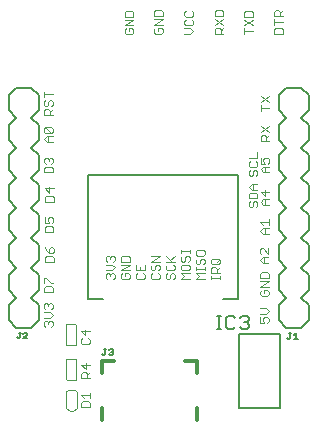
<source format=gto>
G75*
G70*
%OFA0B0*%
%FSLAX24Y24*%
%IPPOS*%
%LPD*%
%AMOC8*
5,1,8,0,0,1.08239X$1,22.5*
%
%ADD10C,0.0030*%
%ADD11C,0.0040*%
%ADD12C,0.0050*%
%ADD13C,0.0080*%
%ADD14C,0.0060*%
%ADD15C,0.0120*%
D10*
X002328Y001753D02*
X002328Y002278D01*
X002330Y002291D01*
X002335Y002303D01*
X002343Y002313D01*
X002353Y002321D01*
X002365Y002326D01*
X002378Y002328D01*
X002628Y002328D01*
X002641Y002326D01*
X002653Y002321D01*
X002663Y002313D01*
X002671Y002303D01*
X002676Y002291D01*
X002678Y002278D01*
X002678Y001753D01*
X002553Y001628D01*
X002453Y001628D01*
X002328Y001753D01*
X002368Y002679D02*
X002618Y002679D01*
X002631Y002681D01*
X002643Y002686D01*
X002653Y002694D01*
X002661Y002704D01*
X002666Y002716D01*
X002668Y002729D01*
X002668Y003329D01*
X002666Y003342D01*
X002661Y003354D01*
X002653Y003364D01*
X002643Y003372D01*
X002631Y003377D01*
X002618Y003379D01*
X002368Y003379D01*
X002355Y003377D01*
X002343Y003372D01*
X002333Y003364D01*
X002325Y003354D01*
X002320Y003342D01*
X002318Y003329D01*
X002318Y002729D01*
X002320Y002716D01*
X002325Y002704D01*
X002333Y002694D01*
X002343Y002686D01*
X002355Y002681D01*
X002368Y002679D01*
X002839Y002740D02*
X002839Y002885D01*
X002887Y002934D01*
X002984Y002934D01*
X003032Y002885D01*
X003032Y002740D01*
X003129Y002740D02*
X002839Y002740D01*
X003032Y002837D02*
X003129Y002934D01*
X002984Y003035D02*
X002984Y003228D01*
X003129Y003180D02*
X002839Y003180D01*
X002984Y003035D01*
X003061Y003870D02*
X002868Y003870D01*
X002820Y003919D01*
X002820Y004015D01*
X002868Y004064D01*
X002965Y004165D02*
X002820Y004310D01*
X003110Y004310D01*
X002965Y004358D02*
X002965Y004165D01*
X003061Y004064D02*
X003110Y004015D01*
X003110Y003919D01*
X003061Y003870D01*
X002662Y003891D02*
X002662Y004491D01*
X002660Y004504D01*
X002655Y004516D01*
X002647Y004526D01*
X002637Y004534D01*
X002625Y004539D01*
X002612Y004541D01*
X002362Y004541D01*
X002349Y004539D01*
X002337Y004534D01*
X002327Y004526D01*
X002319Y004516D01*
X002314Y004504D01*
X002312Y004491D01*
X002312Y003891D01*
X002314Y003878D01*
X002319Y003866D01*
X002327Y003856D01*
X002337Y003848D01*
X002349Y003843D01*
X002362Y003841D01*
X002612Y003841D01*
X002625Y003843D01*
X002637Y003848D01*
X002647Y003856D01*
X002655Y003866D01*
X002660Y003878D01*
X002662Y003891D01*
X001881Y004500D02*
X001833Y004451D01*
X001881Y004500D02*
X001881Y004596D01*
X001833Y004645D01*
X001785Y004645D01*
X001736Y004596D01*
X001736Y004548D01*
X001736Y004596D02*
X001688Y004645D01*
X001639Y004645D01*
X001591Y004596D01*
X001591Y004500D01*
X001639Y004451D01*
X001591Y004746D02*
X001785Y004746D01*
X001881Y004843D01*
X001785Y004939D01*
X001591Y004939D01*
X001639Y005040D02*
X001591Y005089D01*
X001591Y005186D01*
X001639Y005234D01*
X001688Y005234D01*
X001736Y005186D01*
X001785Y005234D01*
X001833Y005234D01*
X001881Y005186D01*
X001881Y005089D01*
X001833Y005040D01*
X001736Y005137D02*
X001736Y005186D01*
X001595Y005603D02*
X001595Y005748D01*
X001643Y005796D01*
X001837Y005796D01*
X001885Y005748D01*
X001885Y005603D01*
X001595Y005603D01*
X001595Y005897D02*
X001595Y006091D01*
X001643Y006091D01*
X001837Y005897D01*
X001885Y005897D01*
X001914Y006608D02*
X001624Y006608D01*
X001624Y006753D01*
X001672Y006802D01*
X001866Y006802D01*
X001914Y006753D01*
X001914Y006608D01*
X001866Y006903D02*
X001769Y006903D01*
X001769Y007048D01*
X001818Y007096D01*
X001866Y007096D01*
X001914Y007048D01*
X001914Y006951D01*
X001866Y006903D01*
X001769Y006903D02*
X001672Y007000D01*
X001624Y007096D01*
X001610Y007608D02*
X001610Y007753D01*
X001658Y007802D01*
X001852Y007802D01*
X001900Y007753D01*
X001900Y007608D01*
X001610Y007608D01*
X001610Y007903D02*
X001755Y007903D01*
X001707Y008000D01*
X001707Y008048D01*
X001755Y008096D01*
X001852Y008096D01*
X001900Y008048D01*
X001900Y007951D01*
X001852Y007903D01*
X001610Y007903D02*
X001610Y008096D01*
X001620Y008621D02*
X001620Y008766D01*
X001668Y008814D01*
X001861Y008814D01*
X001910Y008766D01*
X001910Y008621D01*
X001620Y008621D01*
X001765Y008915D02*
X001765Y009109D01*
X001910Y009061D02*
X001620Y009061D01*
X001765Y008915D01*
X001887Y009594D02*
X001597Y009594D01*
X001597Y009739D01*
X001645Y009788D01*
X001839Y009788D01*
X001887Y009739D01*
X001887Y009594D01*
X001839Y009889D02*
X001887Y009937D01*
X001887Y010034D01*
X001839Y010082D01*
X001791Y010082D01*
X001742Y010034D01*
X001742Y009986D01*
X001742Y010034D02*
X001694Y010082D01*
X001645Y010082D01*
X001597Y010034D01*
X001597Y009937D01*
X001645Y009889D01*
X001680Y010617D02*
X001583Y010714D01*
X001680Y010810D01*
X001873Y010810D01*
X001825Y010911D02*
X001631Y011105D01*
X001825Y011105D01*
X001873Y011057D01*
X001873Y010960D01*
X001825Y010911D01*
X001631Y010911D01*
X001583Y010960D01*
X001583Y011057D01*
X001631Y011105D01*
X001728Y010810D02*
X001728Y010617D01*
X001680Y010617D02*
X001873Y010617D01*
X001877Y011511D02*
X001587Y011511D01*
X001587Y011656D01*
X001635Y011704D01*
X001732Y011704D01*
X001780Y011656D01*
X001780Y011511D01*
X001780Y011607D02*
X001877Y011704D01*
X001828Y011805D02*
X001877Y011854D01*
X001877Y011950D01*
X001828Y011999D01*
X001780Y011999D01*
X001732Y011950D01*
X001732Y011854D01*
X001683Y011805D01*
X001635Y011805D01*
X001587Y011854D01*
X001587Y011950D01*
X001635Y011999D01*
X001587Y012100D02*
X001587Y012293D01*
X001587Y012197D02*
X001877Y012197D01*
X004281Y014251D02*
X004329Y014203D01*
X004522Y014203D01*
X004571Y014251D01*
X004571Y014348D01*
X004522Y014396D01*
X004426Y014396D01*
X004426Y014299D01*
X004329Y014396D02*
X004281Y014348D01*
X004281Y014251D01*
X004281Y014497D02*
X004571Y014691D01*
X004281Y014691D01*
X004281Y014792D02*
X004281Y014937D01*
X004329Y014985D01*
X004522Y014985D01*
X004571Y014937D01*
X004571Y014792D01*
X004281Y014792D01*
X004281Y014497D02*
X004571Y014497D01*
X005251Y014517D02*
X005541Y014711D01*
X005251Y014711D01*
X005251Y014812D02*
X005251Y014957D01*
X005299Y015005D01*
X005492Y015005D01*
X005541Y014957D01*
X005541Y014812D01*
X005251Y014812D01*
X005251Y014517D02*
X005541Y014517D01*
X005492Y014416D02*
X005396Y014416D01*
X005396Y014319D01*
X005492Y014223D02*
X005299Y014223D01*
X005251Y014271D01*
X005251Y014368D01*
X005299Y014416D01*
X005492Y014416D02*
X005541Y014368D01*
X005541Y014271D01*
X005492Y014223D01*
X006271Y014203D02*
X006464Y014203D01*
X006561Y014299D01*
X006464Y014396D01*
X006271Y014396D01*
X006319Y014497D02*
X006271Y014546D01*
X006271Y014642D01*
X006319Y014691D01*
X006319Y014792D02*
X006512Y014792D01*
X006561Y014840D01*
X006561Y014937D01*
X006512Y014985D01*
X006319Y014985D02*
X006271Y014937D01*
X006271Y014840D01*
X006319Y014792D01*
X006512Y014691D02*
X006561Y014642D01*
X006561Y014546D01*
X006512Y014497D01*
X006319Y014497D01*
X007281Y014517D02*
X007571Y014711D01*
X007571Y014812D02*
X007571Y014957D01*
X007522Y015005D01*
X007329Y015005D01*
X007281Y014957D01*
X007281Y014812D01*
X007571Y014812D01*
X007571Y014517D02*
X007281Y014711D01*
X007329Y014416D02*
X007426Y014416D01*
X007474Y014368D01*
X007474Y014223D01*
X007474Y014319D02*
X007571Y014416D01*
X007571Y014223D02*
X007281Y014223D01*
X007281Y014368D01*
X007329Y014416D01*
X008261Y014396D02*
X008261Y014203D01*
X008261Y014299D02*
X008551Y014299D01*
X008551Y014497D02*
X008261Y014691D01*
X008261Y014792D02*
X008261Y014937D01*
X008309Y014985D01*
X008502Y014985D01*
X008551Y014937D01*
X008551Y014792D01*
X008261Y014792D01*
X008261Y014497D02*
X008551Y014691D01*
X009261Y014711D02*
X009261Y014517D01*
X009261Y014614D02*
X009551Y014614D01*
X009551Y014812D02*
X009261Y014812D01*
X009261Y014957D01*
X009309Y015005D01*
X009406Y015005D01*
X009454Y014957D01*
X009454Y014812D01*
X009454Y014909D02*
X009551Y015005D01*
X009502Y014416D02*
X009309Y014416D01*
X009261Y014368D01*
X009261Y014223D01*
X009551Y014223D01*
X009551Y014368D01*
X009502Y014416D01*
X009098Y012144D02*
X008808Y011951D01*
X008808Y011850D02*
X008808Y011656D01*
X008808Y011753D02*
X009098Y011753D01*
X009098Y011951D02*
X008808Y012144D01*
X008808Y011129D02*
X009098Y010936D01*
X009098Y010835D02*
X009002Y010738D01*
X009002Y010786D02*
X009002Y010641D01*
X009098Y010641D02*
X008808Y010641D01*
X008808Y010786D01*
X008856Y010835D01*
X008953Y010835D01*
X009002Y010786D01*
X008808Y010936D02*
X009098Y011129D01*
X008703Y010263D02*
X008703Y010069D01*
X008413Y010069D01*
X008461Y009968D02*
X008413Y009920D01*
X008413Y009823D01*
X008461Y009775D01*
X008654Y009775D01*
X008703Y009823D01*
X008703Y009920D01*
X008654Y009968D01*
X008808Y009892D02*
X008953Y009892D01*
X008905Y009989D01*
X008905Y010037D01*
X008953Y010085D01*
X009050Y010085D01*
X009098Y010037D01*
X009098Y009940D01*
X009050Y009892D01*
X009098Y009791D02*
X008905Y009791D01*
X008808Y009694D01*
X008905Y009597D01*
X009098Y009597D01*
X008953Y009597D02*
X008953Y009791D01*
X008808Y009892D02*
X008808Y010085D01*
X008654Y009674D02*
X008703Y009625D01*
X008703Y009529D01*
X008654Y009480D01*
X008558Y009529D02*
X008558Y009625D01*
X008606Y009674D01*
X008654Y009674D01*
X008558Y009529D02*
X008509Y009480D01*
X008461Y009480D01*
X008413Y009529D01*
X008413Y009625D01*
X008461Y009674D01*
X008509Y009216D02*
X008413Y009119D01*
X008509Y009022D01*
X008703Y009022D01*
X008654Y008921D02*
X008461Y008921D01*
X008413Y008873D01*
X008413Y008728D01*
X008703Y008728D01*
X008703Y008873D01*
X008654Y008921D01*
X008558Y009022D02*
X008558Y009216D01*
X008509Y009216D02*
X008703Y009216D01*
X008808Y008960D02*
X008953Y008814D01*
X008953Y009008D01*
X009098Y008960D02*
X008808Y008960D01*
X008905Y008713D02*
X009098Y008713D01*
X008953Y008713D02*
X008953Y008520D01*
X008905Y008520D02*
X008808Y008617D01*
X008905Y008713D01*
X008905Y008520D02*
X009098Y008520D01*
X009085Y008048D02*
X009085Y007855D01*
X009085Y007952D02*
X008795Y007952D01*
X008891Y007855D01*
X008891Y007754D02*
X009085Y007754D01*
X008940Y007754D02*
X008940Y007560D01*
X008891Y007560D02*
X008795Y007657D01*
X008891Y007754D01*
X008891Y007560D02*
X009085Y007560D01*
X009068Y007061D02*
X009068Y006867D01*
X008874Y007061D01*
X008826Y007061D01*
X008778Y007013D01*
X008778Y006916D01*
X008826Y006867D01*
X008874Y006766D02*
X009068Y006766D01*
X009068Y006573D02*
X008874Y006573D01*
X008778Y006670D01*
X008874Y006766D01*
X008923Y006766D02*
X008923Y006573D01*
X008841Y006263D02*
X008793Y006215D01*
X008793Y006070D01*
X009083Y006070D01*
X009083Y006215D01*
X009035Y006263D01*
X008841Y006263D01*
X008793Y005969D02*
X009083Y005969D01*
X008793Y005775D01*
X009083Y005775D01*
X009035Y005674D02*
X008938Y005674D01*
X008938Y005577D01*
X008841Y005481D02*
X009035Y005481D01*
X009083Y005529D01*
X009083Y005626D01*
X009035Y005674D01*
X008841Y005674D02*
X008793Y005626D01*
X008793Y005529D01*
X008841Y005481D01*
X008784Y005069D02*
X008977Y005069D01*
X009074Y004972D01*
X008977Y004875D01*
X008784Y004875D01*
X008784Y004774D02*
X008784Y004581D01*
X008929Y004581D01*
X008880Y004678D01*
X008880Y004726D01*
X008929Y004774D01*
X009025Y004774D01*
X009074Y004726D01*
X009074Y004629D01*
X009025Y004581D01*
X007444Y006037D02*
X007444Y006133D01*
X007444Y006085D02*
X007154Y006085D01*
X007154Y006037D02*
X007154Y006133D01*
X007154Y006233D02*
X007154Y006378D01*
X007202Y006427D01*
X007299Y006427D01*
X007348Y006378D01*
X007348Y006233D01*
X007444Y006233D02*
X007154Y006233D01*
X007202Y006528D02*
X007154Y006576D01*
X007154Y006673D01*
X007202Y006721D01*
X007396Y006721D01*
X007444Y006673D01*
X007444Y006576D01*
X007396Y006528D01*
X007202Y006528D01*
X007348Y006624D02*
X007444Y006721D01*
X007444Y006427D02*
X007348Y006330D01*
X006944Y006331D02*
X006944Y006428D01*
X006944Y006380D02*
X006654Y006380D01*
X006654Y006428D02*
X006654Y006331D01*
X006654Y006230D02*
X006944Y006230D01*
X006751Y006133D02*
X006654Y006230D01*
X006751Y006133D02*
X006654Y006037D01*
X006944Y006037D01*
X006896Y006528D02*
X006944Y006576D01*
X006944Y006673D01*
X006896Y006721D01*
X006848Y006721D01*
X006799Y006673D01*
X006799Y006576D01*
X006751Y006528D01*
X006702Y006528D01*
X006654Y006576D01*
X006654Y006673D01*
X006702Y006721D01*
X006702Y006822D02*
X006896Y006822D01*
X006944Y006871D01*
X006944Y006968D01*
X006896Y007016D01*
X006702Y007016D01*
X006654Y006968D01*
X006654Y006871D01*
X006702Y006822D01*
X006444Y006771D02*
X006444Y006674D01*
X006396Y006626D01*
X006396Y006525D02*
X006202Y006525D01*
X006154Y006476D01*
X006154Y006380D01*
X006202Y006331D01*
X006396Y006331D01*
X006444Y006380D01*
X006444Y006476D01*
X006396Y006525D01*
X006251Y006626D02*
X006299Y006674D01*
X006299Y006771D01*
X006348Y006819D01*
X006396Y006819D01*
X006444Y006771D01*
X006444Y006921D02*
X006444Y007017D01*
X006444Y006969D02*
X006154Y006969D01*
X006154Y006921D02*
X006154Y007017D01*
X006202Y006819D02*
X006154Y006771D01*
X006154Y006674D01*
X006202Y006626D01*
X006251Y006626D01*
X006154Y006230D02*
X006444Y006230D01*
X006444Y006037D02*
X006154Y006037D01*
X006251Y006133D01*
X006154Y006230D01*
X005944Y006182D02*
X005944Y006085D01*
X005896Y006037D01*
X005799Y006085D02*
X005799Y006182D01*
X005848Y006230D01*
X005896Y006230D01*
X005944Y006182D01*
X005896Y006331D02*
X005944Y006380D01*
X005944Y006476D01*
X005896Y006525D01*
X005944Y006626D02*
X005654Y006626D01*
X005702Y006525D02*
X005654Y006476D01*
X005654Y006380D01*
X005702Y006331D01*
X005896Y006331D01*
X005799Y006085D02*
X005751Y006037D01*
X005702Y006037D01*
X005654Y006085D01*
X005654Y006182D01*
X005702Y006230D01*
X005444Y006182D02*
X005396Y006230D01*
X005444Y006182D02*
X005444Y006085D01*
X005396Y006037D01*
X005202Y006037D01*
X005154Y006085D01*
X005154Y006182D01*
X005202Y006230D01*
X005202Y006331D02*
X005251Y006331D01*
X005299Y006380D01*
X005299Y006476D01*
X005348Y006525D01*
X005396Y006525D01*
X005444Y006476D01*
X005444Y006380D01*
X005396Y006331D01*
X005202Y006331D02*
X005154Y006380D01*
X005154Y006476D01*
X005202Y006525D01*
X005154Y006626D02*
X005444Y006819D01*
X005154Y006819D01*
X005154Y006626D02*
X005444Y006626D01*
X005654Y006819D02*
X005848Y006626D01*
X005799Y006674D02*
X005944Y006819D01*
X004944Y006525D02*
X004944Y006331D01*
X004654Y006331D01*
X004654Y006525D01*
X004702Y006230D02*
X004654Y006182D01*
X004654Y006085D01*
X004702Y006037D01*
X004896Y006037D01*
X004944Y006085D01*
X004944Y006182D01*
X004896Y006230D01*
X004799Y006331D02*
X004799Y006428D01*
X004444Y006331D02*
X004154Y006331D01*
X004444Y006525D01*
X004154Y006525D01*
X004154Y006626D02*
X004154Y006771D01*
X004202Y006819D01*
X004396Y006819D01*
X004444Y006771D01*
X004444Y006626D01*
X004154Y006626D01*
X003944Y006674D02*
X003896Y006626D01*
X003944Y006674D02*
X003944Y006771D01*
X003896Y006819D01*
X003848Y006819D01*
X003799Y006771D01*
X003799Y006723D01*
X003799Y006771D02*
X003751Y006819D01*
X003702Y006819D01*
X003654Y006771D01*
X003654Y006674D01*
X003702Y006626D01*
X003654Y006525D02*
X003848Y006525D01*
X003944Y006428D01*
X003848Y006331D01*
X003654Y006331D01*
X003702Y006230D02*
X003654Y006182D01*
X003654Y006085D01*
X003702Y006037D01*
X003799Y006133D02*
X003799Y006182D01*
X003848Y006230D01*
X003896Y006230D01*
X003944Y006182D01*
X003944Y006085D01*
X003896Y006037D01*
X003799Y006182D02*
X003751Y006230D01*
X003702Y006230D01*
X004154Y006182D02*
X004154Y006085D01*
X004202Y006037D01*
X004396Y006037D01*
X004444Y006085D01*
X004444Y006182D01*
X004396Y006230D01*
X004299Y006230D01*
X004299Y006133D01*
X004202Y006230D02*
X004154Y006182D01*
X008413Y008482D02*
X008461Y008433D01*
X008509Y008433D01*
X008558Y008482D01*
X008558Y008578D01*
X008606Y008627D01*
X008654Y008627D01*
X008703Y008578D01*
X008703Y008482D01*
X008654Y008433D01*
X008413Y008482D02*
X008413Y008578D01*
X008461Y008627D01*
D11*
X003113Y002258D02*
X003113Y002071D01*
X003113Y002164D02*
X002833Y002164D01*
X002926Y002071D01*
X002880Y001963D02*
X002833Y001916D01*
X002833Y001776D01*
X003113Y001776D01*
X003113Y001916D01*
X003067Y001963D01*
X002880Y001963D01*
D12*
X003565Y003507D02*
X003597Y003507D01*
X003628Y003538D01*
X003628Y003697D01*
X003597Y003697D02*
X003660Y003697D01*
X003754Y003665D02*
X003786Y003697D01*
X003849Y003697D01*
X003881Y003665D01*
X003881Y003633D01*
X003849Y003602D01*
X003881Y003570D01*
X003881Y003538D01*
X003849Y003507D01*
X003786Y003507D01*
X003754Y003538D01*
X003818Y003602D02*
X003849Y003602D01*
X003565Y003507D02*
X003533Y003538D01*
X003559Y005372D02*
X003059Y005372D01*
X003059Y009497D01*
X008059Y009497D01*
X008059Y005372D01*
X007559Y005372D01*
X007499Y004825D02*
X007349Y004825D01*
X007424Y004825D02*
X007424Y004374D01*
X007349Y004374D02*
X007499Y004374D01*
X007656Y004449D02*
X007656Y004749D01*
X007731Y004825D01*
X007881Y004825D01*
X007956Y004749D01*
X008117Y004749D02*
X008192Y004825D01*
X008342Y004825D01*
X008417Y004749D01*
X008417Y004674D01*
X008342Y004599D01*
X008417Y004524D01*
X008417Y004449D01*
X008342Y004374D01*
X008192Y004374D01*
X008117Y004449D01*
X007956Y004449D02*
X007881Y004374D01*
X007731Y004374D01*
X007656Y004449D01*
X008267Y004599D02*
X008342Y004599D01*
X009695Y004089D02*
X009727Y004058D01*
X009759Y004058D01*
X009790Y004089D01*
X009790Y004248D01*
X009759Y004248D02*
X009822Y004248D01*
X009916Y004184D02*
X009980Y004248D01*
X009980Y004058D01*
X010043Y004058D02*
X009916Y004058D01*
X001031Y004065D02*
X000904Y004065D01*
X001031Y004191D01*
X001031Y004223D01*
X000999Y004255D01*
X000935Y004255D01*
X000904Y004223D01*
X000810Y004255D02*
X000746Y004255D01*
X000778Y004255D02*
X000778Y004096D01*
X000746Y004065D01*
X000714Y004065D01*
X000683Y004096D01*
D13*
X000665Y004414D02*
X000415Y004664D01*
X000415Y005164D01*
X000665Y005414D01*
X000415Y005664D01*
X000415Y006164D01*
X000665Y006414D01*
X000415Y006664D01*
X000415Y007164D01*
X000665Y007414D01*
X000415Y007664D01*
X000415Y008164D01*
X000665Y008414D01*
X000415Y008664D01*
X000415Y009164D01*
X000665Y009414D01*
X000415Y009664D01*
X000415Y010164D01*
X000665Y010414D01*
X000415Y010664D01*
X000415Y011164D01*
X000665Y011414D01*
X000415Y011664D01*
X000415Y012164D01*
X000665Y012414D01*
X001165Y012414D01*
X001415Y012164D01*
X001415Y011664D01*
X001165Y011414D01*
X001415Y011164D01*
X001415Y010664D01*
X001165Y010414D01*
X001415Y010164D01*
X001415Y009664D01*
X001165Y009414D01*
X001415Y009164D01*
X001415Y008664D01*
X001165Y008414D01*
X001415Y008164D01*
X001415Y007664D01*
X001165Y007414D01*
X001415Y007164D01*
X001415Y006664D01*
X001165Y006414D01*
X001415Y006164D01*
X001415Y005664D01*
X001165Y005414D01*
X001415Y005164D01*
X001415Y004664D01*
X001165Y004414D01*
X000665Y004414D01*
X009417Y004664D02*
X009667Y004414D01*
X010167Y004414D01*
X010417Y004664D01*
X010417Y005164D01*
X010167Y005414D01*
X010417Y005664D01*
X010417Y006164D01*
X010167Y006414D01*
X010417Y006664D01*
X010417Y007164D01*
X010167Y007414D01*
X010417Y007664D01*
X010417Y008164D01*
X010167Y008414D01*
X010417Y008664D01*
X010417Y009164D01*
X010167Y009414D01*
X010417Y009664D01*
X010417Y010164D01*
X010167Y010414D01*
X010417Y010664D01*
X010417Y011164D01*
X010167Y011414D01*
X010417Y011664D01*
X010417Y012164D01*
X010167Y012414D01*
X009667Y012414D01*
X009417Y012164D01*
X009417Y011664D01*
X009667Y011414D01*
X009417Y011164D01*
X009417Y010664D01*
X009667Y010414D01*
X009417Y010164D01*
X009417Y009664D01*
X009667Y009414D01*
X009417Y009164D01*
X009417Y008664D01*
X009667Y008414D01*
X009417Y008164D01*
X009417Y007664D01*
X009667Y007414D01*
X009417Y007164D01*
X009417Y006664D01*
X009667Y006414D01*
X009417Y006164D01*
X009417Y005664D01*
X009667Y005414D01*
X009417Y005164D01*
X009417Y004664D01*
D14*
X009461Y004208D02*
X009461Y001748D01*
X008099Y001748D01*
X008099Y004208D01*
X009461Y004208D01*
D15*
X006677Y003316D02*
X006677Y002922D01*
X006677Y003316D02*
X006283Y003316D01*
X006677Y001741D02*
X006677Y001347D01*
X003921Y003316D02*
X003527Y003316D01*
X003530Y003309D02*
X003530Y002922D01*
X003527Y002922D01*
X003527Y001741D02*
X003527Y001347D01*
M02*

</source>
